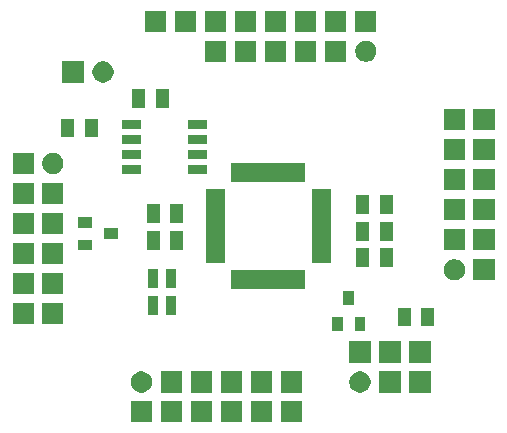
<source format=gbr>
G04 #@! TF.GenerationSoftware,KiCad,Pcbnew,(5.0.0-3-g5ebb6b6)*
G04 #@! TF.CreationDate,2019-02-10T22:35:18+03:00*
G04 #@! TF.ProjectId,mad,6D61642E6B696361645F706362000000,rev?*
G04 #@! TF.SameCoordinates,Original*
G04 #@! TF.FileFunction,Soldermask,Top*
G04 #@! TF.FilePolarity,Negative*
%FSLAX46Y46*%
G04 Gerber Fmt 4.6, Leading zero omitted, Abs format (unit mm)*
G04 Created by KiCad (PCBNEW (5.0.0-3-g5ebb6b6)) date *
%MOMM*%
%LPD*%
G01*
G04 APERTURE LIST*
%ADD10C,0.100000*%
G04 APERTURE END LIST*
D10*
G36*
X73350000Y-77900000D02*
X71550000Y-77900000D01*
X71550000Y-76100000D01*
X73350000Y-76100000D01*
X73350000Y-77900000D01*
X73350000Y-77900000D01*
G37*
G36*
X70810000Y-77900000D02*
X69010000Y-77900000D01*
X69010000Y-76100000D01*
X70810000Y-76100000D01*
X70810000Y-77900000D01*
X70810000Y-77900000D01*
G37*
G36*
X68270000Y-77900000D02*
X66470000Y-77900000D01*
X66470000Y-76100000D01*
X68270000Y-76100000D01*
X68270000Y-77900000D01*
X68270000Y-77900000D01*
G37*
G36*
X65730000Y-77900000D02*
X63930000Y-77900000D01*
X63930000Y-76100000D01*
X65730000Y-76100000D01*
X65730000Y-77900000D01*
X65730000Y-77900000D01*
G37*
G36*
X63190000Y-77900000D02*
X61390000Y-77900000D01*
X61390000Y-76100000D01*
X63190000Y-76100000D01*
X63190000Y-77900000D01*
X63190000Y-77900000D01*
G37*
G36*
X60650000Y-77900000D02*
X58850000Y-77900000D01*
X58850000Y-76100000D01*
X60650000Y-76100000D01*
X60650000Y-77900000D01*
X60650000Y-77900000D01*
G37*
G36*
X65730000Y-75400000D02*
X63930000Y-75400000D01*
X63930000Y-73600000D01*
X65730000Y-73600000D01*
X65730000Y-75400000D01*
X65730000Y-75400000D01*
G37*
G36*
X63190000Y-75400000D02*
X61390000Y-75400000D01*
X61390000Y-73600000D01*
X63190000Y-73600000D01*
X63190000Y-75400000D01*
X63190000Y-75400000D01*
G37*
G36*
X60012520Y-73634586D02*
X60012522Y-73634587D01*
X60012523Y-73634587D01*
X60176310Y-73702430D01*
X60323717Y-73800924D01*
X60449076Y-73926283D01*
X60547570Y-74073690D01*
X60615414Y-74237480D01*
X60650000Y-74411358D01*
X60650000Y-74588642D01*
X60615414Y-74762520D01*
X60547570Y-74926310D01*
X60449076Y-75073717D01*
X60323717Y-75199076D01*
X60176310Y-75297570D01*
X60012523Y-75365413D01*
X60012522Y-75365413D01*
X60012520Y-75365414D01*
X59838642Y-75400000D01*
X59661358Y-75400000D01*
X59487480Y-75365414D01*
X59487478Y-75365413D01*
X59487477Y-75365413D01*
X59323690Y-75297570D01*
X59176283Y-75199076D01*
X59050924Y-75073717D01*
X58952430Y-74926310D01*
X58884586Y-74762520D01*
X58850000Y-74588642D01*
X58850000Y-74411358D01*
X58884586Y-74237480D01*
X58952430Y-74073690D01*
X59050924Y-73926283D01*
X59176283Y-73800924D01*
X59323690Y-73702430D01*
X59487477Y-73634587D01*
X59487478Y-73634587D01*
X59487480Y-73634586D01*
X59661358Y-73600000D01*
X59838642Y-73600000D01*
X60012520Y-73634586D01*
X60012520Y-73634586D01*
G37*
G36*
X68270000Y-75400000D02*
X66470000Y-75400000D01*
X66470000Y-73600000D01*
X68270000Y-73600000D01*
X68270000Y-75400000D01*
X68270000Y-75400000D01*
G37*
G36*
X78512520Y-73634586D02*
X78512522Y-73634587D01*
X78512523Y-73634587D01*
X78676310Y-73702430D01*
X78823717Y-73800924D01*
X78949076Y-73926283D01*
X79047570Y-74073690D01*
X79115414Y-74237480D01*
X79150000Y-74411358D01*
X79150000Y-74588642D01*
X79115414Y-74762520D01*
X79047570Y-74926310D01*
X78949076Y-75073717D01*
X78823717Y-75199076D01*
X78676310Y-75297570D01*
X78512523Y-75365413D01*
X78512522Y-75365413D01*
X78512520Y-75365414D01*
X78338642Y-75400000D01*
X78161358Y-75400000D01*
X77987480Y-75365414D01*
X77987478Y-75365413D01*
X77987477Y-75365413D01*
X77823690Y-75297570D01*
X77676283Y-75199076D01*
X77550924Y-75073717D01*
X77452430Y-74926310D01*
X77384586Y-74762520D01*
X77350000Y-74588642D01*
X77350000Y-74411358D01*
X77384586Y-74237480D01*
X77452430Y-74073690D01*
X77550924Y-73926283D01*
X77676283Y-73800924D01*
X77823690Y-73702430D01*
X77987477Y-73634587D01*
X77987478Y-73634587D01*
X77987480Y-73634586D01*
X78161358Y-73600000D01*
X78338642Y-73600000D01*
X78512520Y-73634586D01*
X78512520Y-73634586D01*
G37*
G36*
X81690000Y-75400000D02*
X79890000Y-75400000D01*
X79890000Y-73600000D01*
X81690000Y-73600000D01*
X81690000Y-75400000D01*
X81690000Y-75400000D01*
G37*
G36*
X84230000Y-75400000D02*
X82430000Y-75400000D01*
X82430000Y-73600000D01*
X84230000Y-73600000D01*
X84230000Y-75400000D01*
X84230000Y-75400000D01*
G37*
G36*
X73350000Y-75400000D02*
X71550000Y-75400000D01*
X71550000Y-73600000D01*
X73350000Y-73600000D01*
X73350000Y-75400000D01*
X73350000Y-75400000D01*
G37*
G36*
X70810000Y-75400000D02*
X69010000Y-75400000D01*
X69010000Y-73600000D01*
X70810000Y-73600000D01*
X70810000Y-75400000D01*
X70810000Y-75400000D01*
G37*
G36*
X84230000Y-72860000D02*
X82430000Y-72860000D01*
X82430000Y-71060000D01*
X84230000Y-71060000D01*
X84230000Y-72860000D01*
X84230000Y-72860000D01*
G37*
G36*
X81690000Y-72860000D02*
X79890000Y-72860000D01*
X79890000Y-71060000D01*
X81690000Y-71060000D01*
X81690000Y-72860000D01*
X81690000Y-72860000D01*
G37*
G36*
X79150000Y-72860000D02*
X77350000Y-72860000D01*
X77350000Y-71060000D01*
X79150000Y-71060000D01*
X79150000Y-72860000D01*
X79150000Y-72860000D01*
G37*
G36*
X78700000Y-70200000D02*
X77800000Y-70200000D01*
X77800000Y-69000000D01*
X78700000Y-69000000D01*
X78700000Y-70200000D01*
X78700000Y-70200000D01*
G37*
G36*
X76800000Y-70200000D02*
X75900000Y-70200000D01*
X75900000Y-69000000D01*
X76800000Y-69000000D01*
X76800000Y-70200000D01*
X76800000Y-70200000D01*
G37*
G36*
X84550000Y-69800000D02*
X83450000Y-69800000D01*
X83450000Y-68200000D01*
X84550000Y-68200000D01*
X84550000Y-69800000D01*
X84550000Y-69800000D01*
G37*
G36*
X82550000Y-69800000D02*
X81450000Y-69800000D01*
X81450000Y-68200000D01*
X82550000Y-68200000D01*
X82550000Y-69800000D01*
X82550000Y-69800000D01*
G37*
G36*
X50650000Y-69600000D02*
X48850000Y-69600000D01*
X48850000Y-67800000D01*
X50650000Y-67800000D01*
X50650000Y-69600000D01*
X50650000Y-69600000D01*
G37*
G36*
X53150000Y-69600000D02*
X51350000Y-69600000D01*
X51350000Y-67800000D01*
X53150000Y-67800000D01*
X53150000Y-69600000D01*
X53150000Y-69600000D01*
G37*
G36*
X62675000Y-68800000D02*
X61825000Y-68800000D01*
X61825000Y-67200000D01*
X62675000Y-67200000D01*
X62675000Y-68800000D01*
X62675000Y-68800000D01*
G37*
G36*
X61175000Y-68800000D02*
X60325000Y-68800000D01*
X60325000Y-67200000D01*
X61175000Y-67200000D01*
X61175000Y-68800000D01*
X61175000Y-68800000D01*
G37*
G36*
X77750000Y-68000000D02*
X76850000Y-68000000D01*
X76850000Y-66800000D01*
X77750000Y-66800000D01*
X77750000Y-68000000D01*
X77750000Y-68000000D01*
G37*
G36*
X53150000Y-67060000D02*
X51350000Y-67060000D01*
X51350000Y-65260000D01*
X53150000Y-65260000D01*
X53150000Y-67060000D01*
X53150000Y-67060000D01*
G37*
G36*
X50650000Y-67060000D02*
X48850000Y-67060000D01*
X48850000Y-65260000D01*
X50650000Y-65260000D01*
X50650000Y-67060000D01*
X50650000Y-67060000D01*
G37*
G36*
X73625000Y-66600000D02*
X67375000Y-66600000D01*
X67375000Y-65000000D01*
X73625000Y-65000000D01*
X73625000Y-66600000D01*
X73625000Y-66600000D01*
G37*
G36*
X61175000Y-66550000D02*
X60325000Y-66550000D01*
X60325000Y-64950000D01*
X61175000Y-64950000D01*
X61175000Y-66550000D01*
X61175000Y-66550000D01*
G37*
G36*
X62675000Y-66550000D02*
X61825000Y-66550000D01*
X61825000Y-64950000D01*
X62675000Y-64950000D01*
X62675000Y-66550000D01*
X62675000Y-66550000D01*
G37*
G36*
X89650000Y-65900000D02*
X87850000Y-65900000D01*
X87850000Y-64100000D01*
X89650000Y-64100000D01*
X89650000Y-65900000D01*
X89650000Y-65900000D01*
G37*
G36*
X86512520Y-64134586D02*
X86512522Y-64134587D01*
X86512523Y-64134587D01*
X86676310Y-64202430D01*
X86823717Y-64300924D01*
X86949076Y-64426283D01*
X87047570Y-64573690D01*
X87115414Y-64737480D01*
X87150000Y-64911358D01*
X87150000Y-65088642D01*
X87115414Y-65262520D01*
X87047570Y-65426310D01*
X86949076Y-65573717D01*
X86823717Y-65699076D01*
X86676310Y-65797570D01*
X86512523Y-65865413D01*
X86512522Y-65865413D01*
X86512520Y-65865414D01*
X86338642Y-65900000D01*
X86161358Y-65900000D01*
X85987480Y-65865414D01*
X85987478Y-65865413D01*
X85987477Y-65865413D01*
X85823690Y-65797570D01*
X85676283Y-65699076D01*
X85550924Y-65573717D01*
X85452430Y-65426310D01*
X85384586Y-65262520D01*
X85350000Y-65088642D01*
X85350000Y-64911358D01*
X85384586Y-64737480D01*
X85452430Y-64573690D01*
X85550924Y-64426283D01*
X85676283Y-64300924D01*
X85823690Y-64202430D01*
X85987477Y-64134587D01*
X85987478Y-64134587D01*
X85987480Y-64134586D01*
X86161358Y-64100000D01*
X86338642Y-64100000D01*
X86512520Y-64134586D01*
X86512520Y-64134586D01*
G37*
G36*
X79050000Y-64800000D02*
X77950000Y-64800000D01*
X77950000Y-63200000D01*
X79050000Y-63200000D01*
X79050000Y-64800000D01*
X79050000Y-64800000D01*
G37*
G36*
X81050000Y-64800000D02*
X79950000Y-64800000D01*
X79950000Y-63200000D01*
X81050000Y-63200000D01*
X81050000Y-64800000D01*
X81050000Y-64800000D01*
G37*
G36*
X50650000Y-64520000D02*
X48850000Y-64520000D01*
X48850000Y-62720000D01*
X50650000Y-62720000D01*
X50650000Y-64520000D01*
X50650000Y-64520000D01*
G37*
G36*
X53150000Y-64520000D02*
X51350000Y-64520000D01*
X51350000Y-62720000D01*
X53150000Y-62720000D01*
X53150000Y-64520000D01*
X53150000Y-64520000D01*
G37*
G36*
X66800000Y-64425000D02*
X65200000Y-64425000D01*
X65200000Y-58175000D01*
X66800000Y-58175000D01*
X66800000Y-64425000D01*
X66800000Y-64425000D01*
G37*
G36*
X75800000Y-64425000D02*
X74200000Y-64425000D01*
X74200000Y-58175000D01*
X75800000Y-58175000D01*
X75800000Y-64425000D01*
X75800000Y-64425000D01*
G37*
G36*
X87150000Y-63360000D02*
X85350000Y-63360000D01*
X85350000Y-61560000D01*
X87150000Y-61560000D01*
X87150000Y-63360000D01*
X87150000Y-63360000D01*
G37*
G36*
X89650000Y-63360000D02*
X87850000Y-63360000D01*
X87850000Y-61560000D01*
X89650000Y-61560000D01*
X89650000Y-63360000D01*
X89650000Y-63360000D01*
G37*
G36*
X55600000Y-63350000D02*
X54400000Y-63350000D01*
X54400000Y-62450000D01*
X55600000Y-62450000D01*
X55600000Y-63350000D01*
X55600000Y-63350000D01*
G37*
G36*
X63300000Y-63300000D02*
X62200000Y-63300000D01*
X62200000Y-61700000D01*
X63300000Y-61700000D01*
X63300000Y-63300000D01*
X63300000Y-63300000D01*
G37*
G36*
X61300000Y-63300000D02*
X60200000Y-63300000D01*
X60200000Y-61700000D01*
X61300000Y-61700000D01*
X61300000Y-63300000D01*
X61300000Y-63300000D01*
G37*
G36*
X81050000Y-62550000D02*
X79950000Y-62550000D01*
X79950000Y-60950000D01*
X81050000Y-60950000D01*
X81050000Y-62550000D01*
X81050000Y-62550000D01*
G37*
G36*
X79050000Y-62550000D02*
X77950000Y-62550000D01*
X77950000Y-60950000D01*
X79050000Y-60950000D01*
X79050000Y-62550000D01*
X79050000Y-62550000D01*
G37*
G36*
X57800000Y-62400000D02*
X56600000Y-62400000D01*
X56600000Y-61500000D01*
X57800000Y-61500000D01*
X57800000Y-62400000D01*
X57800000Y-62400000D01*
G37*
G36*
X50650000Y-61980000D02*
X48850000Y-61980000D01*
X48850000Y-60180000D01*
X50650000Y-60180000D01*
X50650000Y-61980000D01*
X50650000Y-61980000D01*
G37*
G36*
X53150000Y-61980000D02*
X51350000Y-61980000D01*
X51350000Y-60180000D01*
X53150000Y-60180000D01*
X53150000Y-61980000D01*
X53150000Y-61980000D01*
G37*
G36*
X55600000Y-61450000D02*
X54400000Y-61450000D01*
X54400000Y-60550000D01*
X55600000Y-60550000D01*
X55600000Y-61450000D01*
X55600000Y-61450000D01*
G37*
G36*
X61300000Y-61050000D02*
X60200000Y-61050000D01*
X60200000Y-59450000D01*
X61300000Y-59450000D01*
X61300000Y-61050000D01*
X61300000Y-61050000D01*
G37*
G36*
X63300000Y-61050000D02*
X62200000Y-61050000D01*
X62200000Y-59450000D01*
X63300000Y-59450000D01*
X63300000Y-61050000D01*
X63300000Y-61050000D01*
G37*
G36*
X87150000Y-60820000D02*
X85350000Y-60820000D01*
X85350000Y-59020000D01*
X87150000Y-59020000D01*
X87150000Y-60820000D01*
X87150000Y-60820000D01*
G37*
G36*
X89650000Y-60820000D02*
X87850000Y-60820000D01*
X87850000Y-59020000D01*
X89650000Y-59020000D01*
X89650000Y-60820000D01*
X89650000Y-60820000D01*
G37*
G36*
X81050000Y-60300000D02*
X79950000Y-60300000D01*
X79950000Y-58700000D01*
X81050000Y-58700000D01*
X81050000Y-60300000D01*
X81050000Y-60300000D01*
G37*
G36*
X79050000Y-60300000D02*
X77950000Y-60300000D01*
X77950000Y-58700000D01*
X79050000Y-58700000D01*
X79050000Y-60300000D01*
X79050000Y-60300000D01*
G37*
G36*
X50650000Y-59440000D02*
X48850000Y-59440000D01*
X48850000Y-57640000D01*
X50650000Y-57640000D01*
X50650000Y-59440000D01*
X50650000Y-59440000D01*
G37*
G36*
X53150000Y-59440000D02*
X51350000Y-59440000D01*
X51350000Y-57640000D01*
X53150000Y-57640000D01*
X53150000Y-59440000D01*
X53150000Y-59440000D01*
G37*
G36*
X89650000Y-58280000D02*
X87850000Y-58280000D01*
X87850000Y-56480000D01*
X89650000Y-56480000D01*
X89650000Y-58280000D01*
X89650000Y-58280000D01*
G37*
G36*
X87150000Y-58280000D02*
X85350000Y-58280000D01*
X85350000Y-56480000D01*
X87150000Y-56480000D01*
X87150000Y-58280000D01*
X87150000Y-58280000D01*
G37*
G36*
X73625000Y-57550000D02*
X67375000Y-57550000D01*
X67375000Y-55950000D01*
X73625000Y-55950000D01*
X73625000Y-57550000D01*
X73625000Y-57550000D01*
G37*
G36*
X52512520Y-55134586D02*
X52512522Y-55134587D01*
X52512523Y-55134587D01*
X52676310Y-55202430D01*
X52823717Y-55300924D01*
X52949076Y-55426283D01*
X53047570Y-55573690D01*
X53115414Y-55737480D01*
X53150000Y-55911358D01*
X53150000Y-56088642D01*
X53115414Y-56262520D01*
X53047570Y-56426310D01*
X52949076Y-56573717D01*
X52823717Y-56699076D01*
X52676310Y-56797570D01*
X52512523Y-56865413D01*
X52512522Y-56865413D01*
X52512520Y-56865414D01*
X52338642Y-56900000D01*
X52161358Y-56900000D01*
X51987480Y-56865414D01*
X51987478Y-56865413D01*
X51987477Y-56865413D01*
X51823690Y-56797570D01*
X51676283Y-56699076D01*
X51550924Y-56573717D01*
X51452430Y-56426310D01*
X51384586Y-56262520D01*
X51350000Y-56088642D01*
X51350000Y-55911358D01*
X51384586Y-55737480D01*
X51452430Y-55573690D01*
X51550924Y-55426283D01*
X51676283Y-55300924D01*
X51823690Y-55202430D01*
X51987477Y-55134587D01*
X51987478Y-55134587D01*
X51987480Y-55134586D01*
X52161358Y-55100000D01*
X52338642Y-55100000D01*
X52512520Y-55134586D01*
X52512520Y-55134586D01*
G37*
G36*
X50650000Y-56900000D02*
X48850000Y-56900000D01*
X48850000Y-55100000D01*
X50650000Y-55100000D01*
X50650000Y-56900000D01*
X50650000Y-56900000D01*
G37*
G36*
X65286600Y-56854800D02*
X63713400Y-56854800D01*
X63713400Y-56145200D01*
X65286600Y-56145200D01*
X65286600Y-56854800D01*
X65286600Y-56854800D01*
G37*
G36*
X59698600Y-56854800D02*
X58125400Y-56854800D01*
X58125400Y-56145200D01*
X59698600Y-56145200D01*
X59698600Y-56854800D01*
X59698600Y-56854800D01*
G37*
G36*
X89650000Y-55740000D02*
X87850000Y-55740000D01*
X87850000Y-53940000D01*
X89650000Y-53940000D01*
X89650000Y-55740000D01*
X89650000Y-55740000D01*
G37*
G36*
X87150000Y-55740000D02*
X85350000Y-55740000D01*
X85350000Y-53940000D01*
X87150000Y-53940000D01*
X87150000Y-55740000D01*
X87150000Y-55740000D01*
G37*
G36*
X65286600Y-55584800D02*
X63713400Y-55584800D01*
X63713400Y-54875200D01*
X65286600Y-54875200D01*
X65286600Y-55584800D01*
X65286600Y-55584800D01*
G37*
G36*
X59698600Y-55584800D02*
X58125400Y-55584800D01*
X58125400Y-54875200D01*
X59698600Y-54875200D01*
X59698600Y-55584800D01*
X59698600Y-55584800D01*
G37*
G36*
X65286600Y-54314800D02*
X63713400Y-54314800D01*
X63713400Y-53605200D01*
X65286600Y-53605200D01*
X65286600Y-54314800D01*
X65286600Y-54314800D01*
G37*
G36*
X59698600Y-54314800D02*
X58125400Y-54314800D01*
X58125400Y-53605200D01*
X59698600Y-53605200D01*
X59698600Y-54314800D01*
X59698600Y-54314800D01*
G37*
G36*
X56050000Y-53800000D02*
X54950000Y-53800000D01*
X54950000Y-52200000D01*
X56050000Y-52200000D01*
X56050000Y-53800000D01*
X56050000Y-53800000D01*
G37*
G36*
X54050000Y-53800000D02*
X52950000Y-53800000D01*
X52950000Y-52200000D01*
X54050000Y-52200000D01*
X54050000Y-53800000D01*
X54050000Y-53800000D01*
G37*
G36*
X89650000Y-53200000D02*
X87850000Y-53200000D01*
X87850000Y-51400000D01*
X89650000Y-51400000D01*
X89650000Y-53200000D01*
X89650000Y-53200000D01*
G37*
G36*
X87150000Y-53200000D02*
X85350000Y-53200000D01*
X85350000Y-51400000D01*
X87150000Y-51400000D01*
X87150000Y-53200000D01*
X87150000Y-53200000D01*
G37*
G36*
X65286600Y-53044800D02*
X63713400Y-53044800D01*
X63713400Y-52335200D01*
X65286600Y-52335200D01*
X65286600Y-53044800D01*
X65286600Y-53044800D01*
G37*
G36*
X59698600Y-53044800D02*
X58125400Y-53044800D01*
X58125400Y-52335200D01*
X59698600Y-52335200D01*
X59698600Y-53044800D01*
X59698600Y-53044800D01*
G37*
G36*
X60050000Y-51300000D02*
X58950000Y-51300000D01*
X58950000Y-49700000D01*
X60050000Y-49700000D01*
X60050000Y-51300000D01*
X60050000Y-51300000D01*
G37*
G36*
X62050000Y-51300000D02*
X60950000Y-51300000D01*
X60950000Y-49700000D01*
X62050000Y-49700000D01*
X62050000Y-51300000D01*
X62050000Y-51300000D01*
G37*
G36*
X54860000Y-49150000D02*
X53060000Y-49150000D01*
X53060000Y-47350000D01*
X54860000Y-47350000D01*
X54860000Y-49150000D01*
X54860000Y-49150000D01*
G37*
G36*
X56762520Y-47384586D02*
X56762522Y-47384587D01*
X56762523Y-47384587D01*
X56799733Y-47400000D01*
X56926310Y-47452430D01*
X57073717Y-47550924D01*
X57199076Y-47676283D01*
X57297570Y-47823690D01*
X57365414Y-47987480D01*
X57400000Y-48161358D01*
X57400000Y-48338642D01*
X57365414Y-48512520D01*
X57297570Y-48676310D01*
X57199076Y-48823717D01*
X57073717Y-48949076D01*
X56926310Y-49047570D01*
X56762523Y-49115413D01*
X56762522Y-49115413D01*
X56762520Y-49115414D01*
X56588642Y-49150000D01*
X56411358Y-49150000D01*
X56237480Y-49115414D01*
X56237478Y-49115413D01*
X56237477Y-49115413D01*
X56073690Y-49047570D01*
X55926283Y-48949076D01*
X55800924Y-48823717D01*
X55702430Y-48676310D01*
X55634586Y-48512520D01*
X55600000Y-48338642D01*
X55600000Y-48161358D01*
X55634586Y-47987480D01*
X55702430Y-47823690D01*
X55800924Y-47676283D01*
X55926283Y-47550924D01*
X56073690Y-47452430D01*
X56200267Y-47400000D01*
X56237477Y-47384587D01*
X56237478Y-47384587D01*
X56237480Y-47384586D01*
X56411358Y-47350000D01*
X56588642Y-47350000D01*
X56762520Y-47384586D01*
X56762520Y-47384586D01*
G37*
G36*
X69490000Y-47400000D02*
X67690000Y-47400000D01*
X67690000Y-45600000D01*
X69490000Y-45600000D01*
X69490000Y-47400000D01*
X69490000Y-47400000D01*
G37*
G36*
X72030000Y-47400000D02*
X70230000Y-47400000D01*
X70230000Y-45600000D01*
X72030000Y-45600000D01*
X72030000Y-47400000D01*
X72030000Y-47400000D01*
G37*
G36*
X79012520Y-45634586D02*
X79012522Y-45634587D01*
X79012523Y-45634587D01*
X79176310Y-45702430D01*
X79323717Y-45800924D01*
X79449076Y-45926283D01*
X79547570Y-46073690D01*
X79615414Y-46237480D01*
X79650000Y-46411358D01*
X79650000Y-46588642D01*
X79615414Y-46762520D01*
X79547570Y-46926310D01*
X79449076Y-47073717D01*
X79323717Y-47199076D01*
X79176310Y-47297570D01*
X79012523Y-47365413D01*
X79012522Y-47365413D01*
X79012520Y-47365414D01*
X78838642Y-47400000D01*
X78661358Y-47400000D01*
X78487480Y-47365414D01*
X78487478Y-47365413D01*
X78487477Y-47365413D01*
X78323690Y-47297570D01*
X78176283Y-47199076D01*
X78050924Y-47073717D01*
X77952430Y-46926310D01*
X77884586Y-46762520D01*
X77850000Y-46588642D01*
X77850000Y-46411358D01*
X77884586Y-46237480D01*
X77952430Y-46073690D01*
X78050924Y-45926283D01*
X78176283Y-45800924D01*
X78323690Y-45702430D01*
X78487477Y-45634587D01*
X78487478Y-45634587D01*
X78487480Y-45634586D01*
X78661358Y-45600000D01*
X78838642Y-45600000D01*
X79012520Y-45634586D01*
X79012520Y-45634586D01*
G37*
G36*
X77110000Y-47400000D02*
X75310000Y-47400000D01*
X75310000Y-45600000D01*
X77110000Y-45600000D01*
X77110000Y-47400000D01*
X77110000Y-47400000D01*
G37*
G36*
X74570000Y-47400000D02*
X72770000Y-47400000D01*
X72770000Y-45600000D01*
X74570000Y-45600000D01*
X74570000Y-47400000D01*
X74570000Y-47400000D01*
G37*
G36*
X66950000Y-47400000D02*
X65150000Y-47400000D01*
X65150000Y-45600000D01*
X66950000Y-45600000D01*
X66950000Y-47400000D01*
X66950000Y-47400000D01*
G37*
G36*
X74570000Y-44900000D02*
X72770000Y-44900000D01*
X72770000Y-43100000D01*
X74570000Y-43100000D01*
X74570000Y-44900000D01*
X74570000Y-44900000D01*
G37*
G36*
X72030000Y-44900000D02*
X70230000Y-44900000D01*
X70230000Y-43100000D01*
X72030000Y-43100000D01*
X72030000Y-44900000D01*
X72030000Y-44900000D01*
G37*
G36*
X69490000Y-44900000D02*
X67690000Y-44900000D01*
X67690000Y-43100000D01*
X69490000Y-43100000D01*
X69490000Y-44900000D01*
X69490000Y-44900000D01*
G37*
G36*
X66950000Y-44900000D02*
X65150000Y-44900000D01*
X65150000Y-43100000D01*
X66950000Y-43100000D01*
X66950000Y-44900000D01*
X66950000Y-44900000D01*
G37*
G36*
X64410000Y-44900000D02*
X62610000Y-44900000D01*
X62610000Y-43100000D01*
X64410000Y-43100000D01*
X64410000Y-44900000D01*
X64410000Y-44900000D01*
G37*
G36*
X61870000Y-44900000D02*
X60070000Y-44900000D01*
X60070000Y-43100000D01*
X61870000Y-43100000D01*
X61870000Y-44900000D01*
X61870000Y-44900000D01*
G37*
G36*
X77110000Y-44900000D02*
X75310000Y-44900000D01*
X75310000Y-43100000D01*
X77110000Y-43100000D01*
X77110000Y-44900000D01*
X77110000Y-44900000D01*
G37*
G36*
X79650000Y-44900000D02*
X77850000Y-44900000D01*
X77850000Y-43100000D01*
X79650000Y-43100000D01*
X79650000Y-44900000D01*
X79650000Y-44900000D01*
G37*
M02*

</source>
